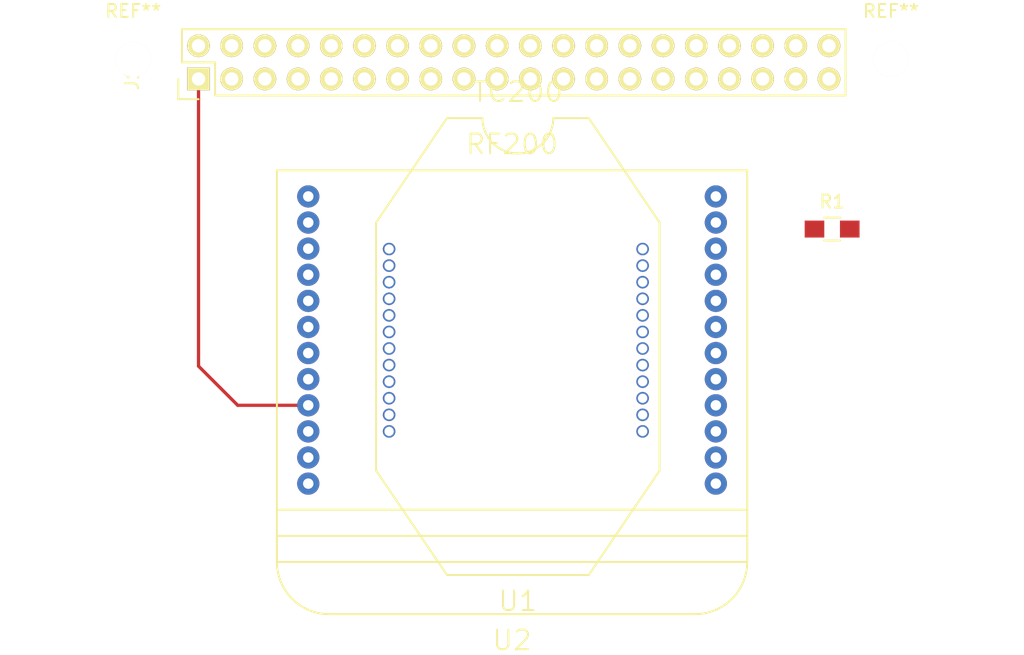
<source format=kicad_pcb>
(kicad_pcb (version 4) (host pcbnew 4.0.2-stable)

  (general
    (links 12)
    (no_connects 11)
    (area 46.153572 27.175 124.846429 77.825)
    (thickness 1.6)
    (drawings 0)
    (tracks 3)
    (zones 0)
    (modules 6)
    (nets 79)
  )

  (page A4)
  (layers
    (0 F.Cu signal)
    (31 B.Cu signal)
    (32 B.Adhes user)
    (33 F.Adhes user)
    (34 B.Paste user)
    (35 F.Paste user)
    (36 B.SilkS user)
    (37 F.SilkS user)
    (38 B.Mask user)
    (39 F.Mask user)
    (40 Dwgs.User user)
    (41 Cmts.User user)
    (42 Eco1.User user)
    (43 Eco2.User user)
    (44 Edge.Cuts user)
    (45 Margin user)
    (46 B.CrtYd user)
    (47 F.CrtYd user)
    (48 B.Fab user)
    (49 F.Fab user)
  )

  (setup
    (last_trace_width 0.25)
    (trace_clearance 0.2)
    (zone_clearance 0.508)
    (zone_45_only no)
    (trace_min 0.2)
    (segment_width 0.2)
    (edge_width 0.15)
    (via_size 0.6)
    (via_drill 0.4)
    (via_min_size 0.4)
    (via_min_drill 0.3)
    (uvia_size 0.3)
    (uvia_drill 0.1)
    (uvias_allowed no)
    (uvia_min_size 0.2)
    (uvia_min_drill 0.1)
    (pcb_text_width 0.3)
    (pcb_text_size 1.5 1.5)
    (mod_edge_width 0.15)
    (mod_text_size 1 1)
    (mod_text_width 0.15)
    (pad_size 1.524 1.524)
    (pad_drill 0.762)
    (pad_to_mask_clearance 0.2)
    (aux_axis_origin 0 0)
    (grid_origin 52 34)
    (visible_elements FFFFFF7F)
    (pcbplotparams
      (layerselection 0x00030_80000001)
      (usegerberextensions false)
      (excludeedgelayer true)
      (linewidth 0.100000)
      (plotframeref false)
      (viasonmask false)
      (mode 1)
      (useauxorigin false)
      (hpglpennumber 1)
      (hpglpenspeed 20)
      (hpglpendiameter 15)
      (hpglpenoverlay 2)
      (psnegative false)
      (psa4output false)
      (plotreference true)
      (plotvalue true)
      (plotinvisibletext false)
      (padsonsilk false)
      (subtractmaskfromsilk false)
      (outputformat 1)
      (mirror false)
      (drillshape 1)
      (scaleselection 1)
      (outputdirectory ""))
  )

  (net 0 "")
  (net 1 3v3)
  (net 2 "Net-(J1-Pad2)")
  (net 3 "Net-(J1-Pad3)")
  (net 4 "Net-(J1-Pad4)")
  (net 5 "Net-(J1-Pad5)")
  (net 6 "Net-(J1-Pad6)")
  (net 7 "Net-(J1-Pad7)")
  (net 8 TX_PI)
  (net 9 GND)
  (net 10 RX_PI)
  (net 11 "Net-(J1-Pad11)")
  (net 12 "Net-(J1-Pad12)")
  (net 13 "Net-(J1-Pad13)")
  (net 14 "Net-(J1-Pad14)")
  (net 15 "Net-(J1-Pad15)")
  (net 16 "Net-(J1-Pad16)")
  (net 17 "Net-(J1-Pad17)")
  (net 18 RST)
  (net 19 "Net-(J1-Pad19)")
  (net 20 "Net-(J1-Pad20)")
  (net 21 "Net-(J1-Pad21)")
  (net 22 "Net-(J1-Pad22)")
  (net 23 "Net-(J1-Pad23)")
  (net 24 "Net-(J1-Pad24)")
  (net 25 "Net-(J1-Pad25)")
  (net 26 "Net-(J1-Pad26)")
  (net 27 "Net-(J1-Pad27)")
  (net 28 "Net-(J1-Pad28)")
  (net 29 "Net-(J1-Pad29)")
  (net 30 "Net-(J1-Pad30)")
  (net 31 "Net-(J1-Pad31)")
  (net 32 "Net-(J1-Pad32)")
  (net 33 "Net-(J1-Pad33)")
  (net 34 "Net-(J1-Pad34)")
  (net 35 "Net-(J1-Pad35)")
  (net 36 "Net-(J1-Pad36)")
  (net 37 "Net-(J1-Pad37)")
  (net 38 "Net-(J1-Pad38)")
  (net 39 "Net-(J1-Pad39)")
  (net 40 "Net-(J1-Pad40)")
  (net 41 "Net-(U1-Pad1)")
  (net 42 "Net-(U1-Pad2)")
  (net 43 "Net-(U1-Pad3)")
  (net 44 "Net-(U1-Pad4)")
  (net 45 "Net-(U1-Pad5)")
  (net 46 "Net-(U1-Pad6)")
  (net 47 "Net-(U1-Pad7)")
  (net 48 "Net-(U1-Pad8)")
  (net 49 "Net-(U1-Pad9)")
  (net 50 "Net-(U1-Pad10)")
  (net 51 "Net-(U1-Pad11)")
  (net 52 "Net-(U1-Pad12)")
  (net 53 "Net-(U1-Pad13)")
  (net 54 "Net-(U1-Pad14)")
  (net 55 "Net-(U1-Pad15)")
  (net 56 "Net-(U1-Pad16)")
  (net 57 "Net-(U1-Pad22)")
  (net 58 "Net-(U1-Pad23)")
  (net 59 "Net-(U1-Pad24)")
  (net 60 "Net-(U2-Pad2)")
  (net 61 "Net-(U2-Pad3)")
  (net 62 "Net-(U2-Pad4)")
  (net 63 "Net-(U2-Pad5)")
  (net 64 "Net-(U2-Pad6)")
  (net 65 "Net-(U2-Pad7)")
  (net 66 "Net-(U2-Pad8)")
  (net 67 "Net-(U2-Pad11)")
  (net 68 "Net-(U2-Pad12)")
  (net 69 "Net-(U2-Pad13)")
  (net 70 "Net-(U2-Pad14)")
  (net 71 "Net-(U2-Pad15)")
  (net 72 "Net-(U2-Pad16)")
  (net 73 "Net-(U2-Pad17)")
  (net 74 "Net-(U2-Pad18)")
  (net 75 "Net-(U2-Pad19)")
  (net 76 "Net-(U2-Pad20)")
  (net 77 "Net-(U2-Pad22)")
  (net 78 "Net-(U2-Pad24)")

  (net_class Default "This is the default net class."
    (clearance 0.2)
    (trace_width 0.25)
    (via_dia 0.6)
    (via_drill 0.4)
    (uvia_dia 0.3)
    (uvia_drill 0.1)
    (add_net 3v3)
    (add_net GND)
    (add_net "Net-(J1-Pad11)")
    (add_net "Net-(J1-Pad12)")
    (add_net "Net-(J1-Pad13)")
    (add_net "Net-(J1-Pad14)")
    (add_net "Net-(J1-Pad15)")
    (add_net "Net-(J1-Pad16)")
    (add_net "Net-(J1-Pad17)")
    (add_net "Net-(J1-Pad19)")
    (add_net "Net-(J1-Pad2)")
    (add_net "Net-(J1-Pad20)")
    (add_net "Net-(J1-Pad21)")
    (add_net "Net-(J1-Pad22)")
    (add_net "Net-(J1-Pad23)")
    (add_net "Net-(J1-Pad24)")
    (add_net "Net-(J1-Pad25)")
    (add_net "Net-(J1-Pad26)")
    (add_net "Net-(J1-Pad27)")
    (add_net "Net-(J1-Pad28)")
    (add_net "Net-(J1-Pad29)")
    (add_net "Net-(J1-Pad3)")
    (add_net "Net-(J1-Pad30)")
    (add_net "Net-(J1-Pad31)")
    (add_net "Net-(J1-Pad32)")
    (add_net "Net-(J1-Pad33)")
    (add_net "Net-(J1-Pad34)")
    (add_net "Net-(J1-Pad35)")
    (add_net "Net-(J1-Pad36)")
    (add_net "Net-(J1-Pad37)")
    (add_net "Net-(J1-Pad38)")
    (add_net "Net-(J1-Pad39)")
    (add_net "Net-(J1-Pad4)")
    (add_net "Net-(J1-Pad40)")
    (add_net "Net-(J1-Pad5)")
    (add_net "Net-(J1-Pad6)")
    (add_net "Net-(J1-Pad7)")
    (add_net "Net-(U1-Pad1)")
    (add_net "Net-(U1-Pad10)")
    (add_net "Net-(U1-Pad11)")
    (add_net "Net-(U1-Pad12)")
    (add_net "Net-(U1-Pad13)")
    (add_net "Net-(U1-Pad14)")
    (add_net "Net-(U1-Pad15)")
    (add_net "Net-(U1-Pad16)")
    (add_net "Net-(U1-Pad2)")
    (add_net "Net-(U1-Pad22)")
    (add_net "Net-(U1-Pad23)")
    (add_net "Net-(U1-Pad24)")
    (add_net "Net-(U1-Pad3)")
    (add_net "Net-(U1-Pad4)")
    (add_net "Net-(U1-Pad5)")
    (add_net "Net-(U1-Pad6)")
    (add_net "Net-(U1-Pad7)")
    (add_net "Net-(U1-Pad8)")
    (add_net "Net-(U1-Pad9)")
    (add_net "Net-(U2-Pad11)")
    (add_net "Net-(U2-Pad12)")
    (add_net "Net-(U2-Pad13)")
    (add_net "Net-(U2-Pad14)")
    (add_net "Net-(U2-Pad15)")
    (add_net "Net-(U2-Pad16)")
    (add_net "Net-(U2-Pad17)")
    (add_net "Net-(U2-Pad18)")
    (add_net "Net-(U2-Pad19)")
    (add_net "Net-(U2-Pad2)")
    (add_net "Net-(U2-Pad20)")
    (add_net "Net-(U2-Pad22)")
    (add_net "Net-(U2-Pad24)")
    (add_net "Net-(U2-Pad3)")
    (add_net "Net-(U2-Pad4)")
    (add_net "Net-(U2-Pad5)")
    (add_net "Net-(U2-Pad6)")
    (add_net "Net-(U2-Pad7)")
    (add_net "Net-(U2-Pad8)")
    (add_net RST)
    (add_net RX_PI)
    (add_net TX_PI)
  )

  (module Pin_Headers:Pin_Header_Straight_2x20 (layer F.Cu) (tedit 0) (tstamp 57508909)
    (at 61.5 33.5 90)
    (descr "Through hole pin header")
    (tags "pin header")
    (path /57504D89)
    (fp_text reference J1 (at 0 -5.1 90) (layer F.SilkS)
      (effects (font (size 1 1) (thickness 0.15)))
    )
    (fp_text value RPi_GPIO (at 0 -3.1 90) (layer F.Fab)
      (effects (font (size 1 1) (thickness 0.15)))
    )
    (fp_line (start -1.75 -1.75) (end -1.75 50.05) (layer F.CrtYd) (width 0.05))
    (fp_line (start 4.3 -1.75) (end 4.3 50.05) (layer F.CrtYd) (width 0.05))
    (fp_line (start -1.75 -1.75) (end 4.3 -1.75) (layer F.CrtYd) (width 0.05))
    (fp_line (start -1.75 50.05) (end 4.3 50.05) (layer F.CrtYd) (width 0.05))
    (fp_line (start 3.81 49.53) (end 3.81 -1.27) (layer F.SilkS) (width 0.15))
    (fp_line (start -1.27 1.27) (end -1.27 49.53) (layer F.SilkS) (width 0.15))
    (fp_line (start 3.81 49.53) (end -1.27 49.53) (layer F.SilkS) (width 0.15))
    (fp_line (start 3.81 -1.27) (end 1.27 -1.27) (layer F.SilkS) (width 0.15))
    (fp_line (start 0 -1.55) (end -1.55 -1.55) (layer F.SilkS) (width 0.15))
    (fp_line (start 1.27 -1.27) (end 1.27 1.27) (layer F.SilkS) (width 0.15))
    (fp_line (start 1.27 1.27) (end -1.27 1.27) (layer F.SilkS) (width 0.15))
    (fp_line (start -1.55 -1.55) (end -1.55 0) (layer F.SilkS) (width 0.15))
    (pad 1 thru_hole rect (at 0 0 90) (size 1.7272 1.7272) (drill 1.016) (layers *.Cu *.Mask F.SilkS)
      (net 1 3v3))
    (pad 2 thru_hole oval (at 2.54 0 90) (size 1.7272 1.7272) (drill 1.016) (layers *.Cu *.Mask F.SilkS)
      (net 2 "Net-(J1-Pad2)"))
    (pad 3 thru_hole oval (at 0 2.54 90) (size 1.7272 1.7272) (drill 1.016) (layers *.Cu *.Mask F.SilkS)
      (net 3 "Net-(J1-Pad3)"))
    (pad 4 thru_hole oval (at 2.54 2.54 90) (size 1.7272 1.7272) (drill 1.016) (layers *.Cu *.Mask F.SilkS)
      (net 4 "Net-(J1-Pad4)"))
    (pad 5 thru_hole oval (at 0 5.08 90) (size 1.7272 1.7272) (drill 1.016) (layers *.Cu *.Mask F.SilkS)
      (net 5 "Net-(J1-Pad5)"))
    (pad 6 thru_hole oval (at 2.54 5.08 90) (size 1.7272 1.7272) (drill 1.016) (layers *.Cu *.Mask F.SilkS)
      (net 6 "Net-(J1-Pad6)"))
    (pad 7 thru_hole oval (at 0 7.62 90) (size 1.7272 1.7272) (drill 1.016) (layers *.Cu *.Mask F.SilkS)
      (net 7 "Net-(J1-Pad7)"))
    (pad 8 thru_hole oval (at 2.54 7.62 90) (size 1.7272 1.7272) (drill 1.016) (layers *.Cu *.Mask F.SilkS)
      (net 8 TX_PI))
    (pad 9 thru_hole oval (at 0 10.16 90) (size 1.7272 1.7272) (drill 1.016) (layers *.Cu *.Mask F.SilkS)
      (net 9 GND))
    (pad 10 thru_hole oval (at 2.54 10.16 90) (size 1.7272 1.7272) (drill 1.016) (layers *.Cu *.Mask F.SilkS)
      (net 10 RX_PI))
    (pad 11 thru_hole oval (at 0 12.7 90) (size 1.7272 1.7272) (drill 1.016) (layers *.Cu *.Mask F.SilkS)
      (net 11 "Net-(J1-Pad11)"))
    (pad 12 thru_hole oval (at 2.54 12.7 90) (size 1.7272 1.7272) (drill 1.016) (layers *.Cu *.Mask F.SilkS)
      (net 12 "Net-(J1-Pad12)"))
    (pad 13 thru_hole oval (at 0 15.24 90) (size 1.7272 1.7272) (drill 1.016) (layers *.Cu *.Mask F.SilkS)
      (net 13 "Net-(J1-Pad13)"))
    (pad 14 thru_hole oval (at 2.54 15.24 90) (size 1.7272 1.7272) (drill 1.016) (layers *.Cu *.Mask F.SilkS)
      (net 14 "Net-(J1-Pad14)"))
    (pad 15 thru_hole oval (at 0 17.78 90) (size 1.7272 1.7272) (drill 1.016) (layers *.Cu *.Mask F.SilkS)
      (net 15 "Net-(J1-Pad15)"))
    (pad 16 thru_hole oval (at 2.54 17.78 90) (size 1.7272 1.7272) (drill 1.016) (layers *.Cu *.Mask F.SilkS)
      (net 16 "Net-(J1-Pad16)"))
    (pad 17 thru_hole oval (at 0 20.32 90) (size 1.7272 1.7272) (drill 1.016) (layers *.Cu *.Mask F.SilkS)
      (net 17 "Net-(J1-Pad17)"))
    (pad 18 thru_hole oval (at 2.54 20.32 90) (size 1.7272 1.7272) (drill 1.016) (layers *.Cu *.Mask F.SilkS)
      (net 18 RST))
    (pad 19 thru_hole oval (at 0 22.86 90) (size 1.7272 1.7272) (drill 1.016) (layers *.Cu *.Mask F.SilkS)
      (net 19 "Net-(J1-Pad19)"))
    (pad 20 thru_hole oval (at 2.54 22.86 90) (size 1.7272 1.7272) (drill 1.016) (layers *.Cu *.Mask F.SilkS)
      (net 20 "Net-(J1-Pad20)"))
    (pad 21 thru_hole oval (at 0 25.4 90) (size 1.7272 1.7272) (drill 1.016) (layers *.Cu *.Mask F.SilkS)
      (net 21 "Net-(J1-Pad21)"))
    (pad 22 thru_hole oval (at 2.54 25.4 90) (size 1.7272 1.7272) (drill 1.016) (layers *.Cu *.Mask F.SilkS)
      (net 22 "Net-(J1-Pad22)"))
    (pad 23 thru_hole oval (at 0 27.94 90) (size 1.7272 1.7272) (drill 1.016) (layers *.Cu *.Mask F.SilkS)
      (net 23 "Net-(J1-Pad23)"))
    (pad 24 thru_hole oval (at 2.54 27.94 90) (size 1.7272 1.7272) (drill 1.016) (layers *.Cu *.Mask F.SilkS)
      (net 24 "Net-(J1-Pad24)"))
    (pad 25 thru_hole oval (at 0 30.48 90) (size 1.7272 1.7272) (drill 1.016) (layers *.Cu *.Mask F.SilkS)
      (net 25 "Net-(J1-Pad25)"))
    (pad 26 thru_hole oval (at 2.54 30.48 90) (size 1.7272 1.7272) (drill 1.016) (layers *.Cu *.Mask F.SilkS)
      (net 26 "Net-(J1-Pad26)"))
    (pad 27 thru_hole oval (at 0 33.02 90) (size 1.7272 1.7272) (drill 1.016) (layers *.Cu *.Mask F.SilkS)
      (net 27 "Net-(J1-Pad27)"))
    (pad 28 thru_hole oval (at 2.54 33.02 90) (size 1.7272 1.7272) (drill 1.016) (layers *.Cu *.Mask F.SilkS)
      (net 28 "Net-(J1-Pad28)"))
    (pad 29 thru_hole oval (at 0 35.56 90) (size 1.7272 1.7272) (drill 1.016) (layers *.Cu *.Mask F.SilkS)
      (net 29 "Net-(J1-Pad29)"))
    (pad 30 thru_hole oval (at 2.54 35.56 90) (size 1.7272 1.7272) (drill 1.016) (layers *.Cu *.Mask F.SilkS)
      (net 30 "Net-(J1-Pad30)"))
    (pad 31 thru_hole oval (at 0 38.1 90) (size 1.7272 1.7272) (drill 1.016) (layers *.Cu *.Mask F.SilkS)
      (net 31 "Net-(J1-Pad31)"))
    (pad 32 thru_hole oval (at 2.54 38.1 90) (size 1.7272 1.7272) (drill 1.016) (layers *.Cu *.Mask F.SilkS)
      (net 32 "Net-(J1-Pad32)"))
    (pad 33 thru_hole oval (at 0 40.64 90) (size 1.7272 1.7272) (drill 1.016) (layers *.Cu *.Mask F.SilkS)
      (net 33 "Net-(J1-Pad33)"))
    (pad 34 thru_hole oval (at 2.54 40.64 90) (size 1.7272 1.7272) (drill 1.016) (layers *.Cu *.Mask F.SilkS)
      (net 34 "Net-(J1-Pad34)"))
    (pad 35 thru_hole oval (at 0 43.18 90) (size 1.7272 1.7272) (drill 1.016) (layers *.Cu *.Mask F.SilkS)
      (net 35 "Net-(J1-Pad35)"))
    (pad 36 thru_hole oval (at 2.54 43.18 90) (size 1.7272 1.7272) (drill 1.016) (layers *.Cu *.Mask F.SilkS)
      (net 36 "Net-(J1-Pad36)"))
    (pad 37 thru_hole oval (at 0 45.72 90) (size 1.7272 1.7272) (drill 1.016) (layers *.Cu *.Mask F.SilkS)
      (net 37 "Net-(J1-Pad37)"))
    (pad 38 thru_hole oval (at 2.54 45.72 90) (size 1.7272 1.7272) (drill 1.016) (layers *.Cu *.Mask F.SilkS)
      (net 38 "Net-(J1-Pad38)"))
    (pad 39 thru_hole oval (at 0 48.26 90) (size 1.7272 1.7272) (drill 1.016) (layers *.Cu *.Mask F.SilkS)
      (net 39 "Net-(J1-Pad39)"))
    (pad 40 thru_hole oval (at 2.54 48.26 90) (size 1.7272 1.7272) (drill 1.016) (layers *.Cu *.Mask F.SilkS)
      (net 40 "Net-(J1-Pad40)"))
    (model Pin_Headers.3dshapes/Pin_Header_Straight_2x20.wrl
      (at (xyz 0.05 -0.95 0))
      (scale (xyz 1 1 1))
      (rotate (xyz 0 0 90))
    )
  )

  (module Resistors_SMD:R_0805_HandSoldering (layer F.Cu) (tedit 54189DEE) (tstamp 57508915)
    (at 110 45)
    (descr "Resistor SMD 0805, hand soldering")
    (tags "resistor 0805")
    (path /5750558D)
    (attr smd)
    (fp_text reference R1 (at 0 -2.1) (layer F.SilkS)
      (effects (font (size 1 1) (thickness 0.15)))
    )
    (fp_text value R (at 0 2.1) (layer F.Fab)
      (effects (font (size 1 1) (thickness 0.15)))
    )
    (fp_line (start -2.4 -1) (end 2.4 -1) (layer F.CrtYd) (width 0.05))
    (fp_line (start -2.4 1) (end 2.4 1) (layer F.CrtYd) (width 0.05))
    (fp_line (start -2.4 -1) (end -2.4 1) (layer F.CrtYd) (width 0.05))
    (fp_line (start 2.4 -1) (end 2.4 1) (layer F.CrtYd) (width 0.05))
    (fp_line (start 0.6 0.875) (end -0.6 0.875) (layer F.SilkS) (width 0.15))
    (fp_line (start -0.6 -0.875) (end 0.6 -0.875) (layer F.SilkS) (width 0.15))
    (pad 1 smd rect (at -1.35 0) (size 1.5 1.3) (layers F.Cu F.Paste F.Mask)
      (net 18 RST))
    (pad 2 smd rect (at 1.35 0) (size 1.5 1.3) (layers F.Cu F.Paste F.Mask)
      (net 1 3v3))
    (model Resistors_SMD.3dshapes/R_0805_HandSoldering.wrl
      (at (xyz 0 0 0))
      (scale (xyz 1 1 1))
      (rotate (xyz 0 0 0))
    )
  )

  (module CrumpPrints:TC200 (layer F.Cu) (tedit 56FDDFCE) (tstamp 5750893C)
    (at 86 53.5 180)
    (path /575082C0)
    (fp_text reference U1 (at 0.05625 -20 180) (layer F.SilkS)
      (effects (font (size 1.5 1.5) (thickness 0.15)))
    )
    (fp_text value TC200 (at 0.05625 19 180) (layer F.SilkS)
      (effects (font (size 1.5 1.5) (thickness 0.15)))
    )
    (fp_line (start 2.76875 17) (end 5.48125 17) (layer F.SilkS) (width 0.15))
    (fp_line (start -5.36875 17) (end -2.65625 17) (layer F.SilkS) (width 0.15))
    (fp_arc (start 0.05625 17) (end 2.76875 17) (angle -90) (layer F.SilkS) (width 0.15))
    (fp_arc (start 0.05625 17) (end -2.65625 17) (angle 90) (layer F.SilkS) (width 0.15))
    (fp_line (start -10.79375 9) (end -5.36875 17) (layer F.SilkS) (width 0.15))
    (fp_line (start 5.48125 17) (end 10.90625 9) (layer F.SilkS) (width 0.15))
    (fp_line (start -10.79375 -10) (end -5.36875 -18) (layer F.SilkS) (width 0.15))
    (fp_line (start -5.36875 -18) (end 5.48125 -18) (layer F.SilkS) (width 0.15))
    (fp_line (start 5.48125 -18) (end 10.90625 -10) (layer F.SilkS) (width 0.15))
    (fp_line (start 10.90625 -10) (end 10.90625 9) (layer F.SilkS) (width 0.15))
    (fp_line (start -10.79375 9) (end -10.79375 -10) (layer F.SilkS) (width 0.15))
    (pad 1 thru_hole circle (at -9.49375 -7 180) (size 0.9652 0.9652) (drill 0.7112) (layers *.Cu *.Mask)
      (net 41 "Net-(U1-Pad1)"))
    (pad 2 thru_hole circle (at -9.49375 -5.73 180) (size 0.9652 0.9652) (drill 0.7112) (layers *.Cu *.Mask)
      (net 42 "Net-(U1-Pad2)"))
    (pad 3 thru_hole circle (at -9.49375 -4.46 180) (size 0.9652 0.9652) (drill 0.7112) (layers *.Cu *.Mask)
      (net 43 "Net-(U1-Pad3)"))
    (pad 4 thru_hole circle (at -9.49375 -3.19 180) (size 0.9652 0.9652) (drill 0.7112) (layers *.Cu *.Mask)
      (net 44 "Net-(U1-Pad4)"))
    (pad 5 thru_hole circle (at -9.49375 -1.92 180) (size 0.9652 0.9652) (drill 0.7112) (layers *.Cu *.Mask)
      (net 45 "Net-(U1-Pad5)"))
    (pad 6 thru_hole circle (at -9.49375 -0.65 180) (size 0.9652 0.9652) (drill 0.7112) (layers *.Cu *.Mask)
      (net 46 "Net-(U1-Pad6)"))
    (pad 7 thru_hole circle (at -9.49375 0.62 180) (size 0.9652 0.9652) (drill 0.7112) (layers *.Cu *.Mask)
      (net 47 "Net-(U1-Pad7)"))
    (pad 8 thru_hole circle (at -9.49375 1.89 180) (size 0.9652 0.9652) (drill 0.7112) (layers *.Cu *.Mask)
      (net 48 "Net-(U1-Pad8)"))
    (pad 9 thru_hole circle (at -9.49375 3.16 180) (size 0.9652 0.9652) (drill 0.7112) (layers *.Cu *.Mask)
      (net 49 "Net-(U1-Pad9)"))
    (pad 10 thru_hole circle (at -9.49375 4.43 180) (size 0.9652 0.9652) (drill 0.7112) (layers *.Cu *.Mask)
      (net 50 "Net-(U1-Pad10)"))
    (pad 11 thru_hole circle (at -9.49375 5.7 180) (size 0.9652 0.9652) (drill 0.7112) (layers *.Cu *.Mask)
      (net 51 "Net-(U1-Pad11)"))
    (pad 12 thru_hole circle (at -9.49375 6.97 180) (size 0.9652 0.9652) (drill 0.7112) (layers *.Cu *.Mask)
      (net 52 "Net-(U1-Pad12)"))
    (pad 13 thru_hole circle (at 9.91185 6.97 180) (size 0.9652 0.9652) (drill 0.7112) (layers *.Cu *.Mask)
      (net 53 "Net-(U1-Pad13)"))
    (pad 14 thru_hole circle (at 9.91185 5.7 180) (size 0.9652 0.9652) (drill 0.7112) (layers *.Cu *.Mask)
      (net 54 "Net-(U1-Pad14)"))
    (pad 15 thru_hole circle (at 9.91185 4.43 180) (size 0.9652 0.9652) (drill 0.7112) (layers *.Cu *.Mask)
      (net 55 "Net-(U1-Pad15)"))
    (pad 16 thru_hole circle (at 9.91185 3.16 180) (size 0.9652 0.9652) (drill 0.7112) (layers *.Cu *.Mask)
      (net 56 "Net-(U1-Pad16)"))
    (pad 17 thru_hole circle (at 9.91185 1.89 180) (size 0.9652 0.9652) (drill 0.7112) (layers *.Cu *.Mask)
      (net 1 3v3))
    (pad 18 thru_hole circle (at 9.91185 0.62 180) (size 0.9652 0.9652) (drill 0.7112) (layers *.Cu *.Mask)
      (net 18 RST))
    (pad 19 thru_hole circle (at 9.91185 -0.65 180) (size 0.9652 0.9652) (drill 0.7112) (layers *.Cu *.Mask)
      (net 9 GND))
    (pad 20 thru_hole circle (at 9.91185 -1.92 180) (size 0.9652 0.9652) (drill 0.7112) (layers *.Cu *.Mask)
      (net 8 TX_PI))
    (pad 21 thru_hole circle (at 9.91185 -3.19 180) (size 0.9652 0.9652) (drill 0.7112) (layers *.Cu *.Mask)
      (net 10 RX_PI))
    (pad 22 thru_hole circle (at 9.91185 -4.46 180) (size 0.9652 0.9652) (drill 0.7112) (layers *.Cu *.Mask)
      (net 57 "Net-(U1-Pad22)"))
    (pad 23 thru_hole circle (at 9.91185 -5.73 180) (size 0.9652 0.9652) (drill 0.7112) (layers *.Cu *.Mask)
      (net 58 "Net-(U1-Pad23)"))
    (pad 24 thru_hole circle (at 9.91185 -7 180) (size 0.9652 0.9652) (drill 0.7112) (layers *.Cu *.Mask)
      (net 59 "Net-(U1-Pad24)"))
  )

  (module CrumpPrints:RF200 (layer F.Cu) (tedit 56FDF82C) (tstamp 57508964)
    (at 85.5 53.5 180)
    (path /57504D1E)
    (fp_text reference U2 (at -0.000001 -23 180) (layer F.SilkS)
      (effects (font (size 1.5 1.5) (thickness 0.15)))
    )
    (fp_text value RF200 (at -0.000001 15 180) (layer F.SilkS)
      (effects (font (size 1.5 1.5) (thickness 0.15)))
    )
    (fp_line (start -18.000001 -15) (end 17.999999 -15) (layer F.SilkS) (width 0.15))
    (fp_line (start 17.999999 -15) (end 17.999999 -17) (layer F.SilkS) (width 0.15))
    (fp_line (start 17.999999 -17) (end -18.000001 -17) (layer F.SilkS) (width 0.15))
    (fp_line (start -14.000001 -21) (end 13.999999 -21) (layer F.SilkS) (width 0.15))
    (fp_arc (start 13.999999 -17) (end 13.999999 -21) (angle 90) (layer F.SilkS) (width 0.15))
    (fp_arc (start -14.000001 -17) (end -18.000001 -17) (angle 90) (layer F.SilkS) (width 0.15))
    (fp_line (start -18.000001 -13) (end -18.000001 -17) (layer F.SilkS) (width 0.15))
    (fp_line (start 17.999999 -13) (end 17.999999 -17) (layer F.SilkS) (width 0.15))
    (fp_line (start 17.999999 13) (end 17.999999 -13) (layer F.SilkS) (width 0.15))
    (fp_line (start 17.999999 -13) (end -18.000001 -13) (layer F.SilkS) (width 0.15))
    (fp_line (start -18.000001 -13) (end -18.000001 13) (layer F.SilkS) (width 0.15))
    (fp_line (start -18.000001 13) (end 17.999999 13) (layer F.SilkS) (width 0.15))
    (pad 1 thru_hole circle (at -15.6 -11 180) (size 1.7018 1.7018) (drill 0.800001) (layers *.Cu *.Mask)
      (net 9 GND))
    (pad 2 thru_hole circle (at -15.6 -9 180) (size 1.7018 1.7018) (drill 0.800001) (layers *.Cu *.Mask)
      (net 60 "Net-(U2-Pad2)"))
    (pad 3 thru_hole circle (at -15.6 -7 180) (size 1.7018 1.7018) (drill 0.800001) (layers *.Cu *.Mask)
      (net 61 "Net-(U2-Pad3)"))
    (pad 4 thru_hole circle (at -15.6 -5 180) (size 1.7018 1.7018) (drill 0.800001) (layers *.Cu *.Mask)
      (net 62 "Net-(U2-Pad4)"))
    (pad 5 thru_hole circle (at -15.6 -3 180) (size 1.7018 1.7018) (drill 0.800001) (layers *.Cu *.Mask)
      (net 63 "Net-(U2-Pad5)"))
    (pad 6 thru_hole circle (at -15.6 -1 180) (size 1.7018 1.7018) (drill 0.800001) (layers *.Cu *.Mask)
      (net 64 "Net-(U2-Pad6)"))
    (pad 7 thru_hole circle (at -15.6 1 180) (size 1.7018 1.7018) (drill 0.800001) (layers *.Cu *.Mask)
      (net 65 "Net-(U2-Pad7)"))
    (pad 8 thru_hole circle (at -15.6 3 180) (size 1.7018 1.7018) (drill 0.800001) (layers *.Cu *.Mask)
      (net 66 "Net-(U2-Pad8)"))
    (pad 9 thru_hole circle (at -15.6 5 180) (size 1.7018 1.7018) (drill 0.800001) (layers *.Cu *.Mask)
      (net 8 TX_PI))
    (pad 10 thru_hole circle (at -15.6 7 180) (size 1.7018 1.7018) (drill 0.800001) (layers *.Cu *.Mask)
      (net 10 RX_PI))
    (pad 11 thru_hole circle (at -15.6 9 180) (size 1.7018 1.7018) (drill 0.800001) (layers *.Cu *.Mask)
      (net 67 "Net-(U2-Pad11)"))
    (pad 12 thru_hole circle (at -15.6 11 180) (size 1.7018 1.7018) (drill 0.800001) (layers *.Cu *.Mask)
      (net 68 "Net-(U2-Pad12)"))
    (pad 13 thru_hole circle (at 15.6 11 180) (size 1.7018 1.7018) (drill 0.800001) (layers *.Cu *.Mask)
      (net 69 "Net-(U2-Pad13)"))
    (pad 14 thru_hole circle (at 15.6 9 180) (size 1.7018 1.7018) (drill 0.800001) (layers *.Cu *.Mask)
      (net 70 "Net-(U2-Pad14)"))
    (pad 15 thru_hole circle (at 15.6 7 180) (size 1.7018 1.7018) (drill 0.800001) (layers *.Cu *.Mask)
      (net 71 "Net-(U2-Pad15)"))
    (pad 16 thru_hole circle (at 15.6 5 180) (size 1.7018 1.7018) (drill 0.800001) (layers *.Cu *.Mask)
      (net 72 "Net-(U2-Pad16)"))
    (pad 17 thru_hole circle (at 15.6 3 180) (size 1.7018 1.7018) (drill 0.800001) (layers *.Cu *.Mask)
      (net 73 "Net-(U2-Pad17)"))
    (pad 18 thru_hole circle (at 15.6 1 180) (size 1.7018 1.7018) (drill 0.800001) (layers *.Cu *.Mask)
      (net 74 "Net-(U2-Pad18)"))
    (pad 19 thru_hole circle (at 15.6 -1 180) (size 1.7018 1.7018) (drill 0.800001) (layers *.Cu *.Mask)
      (net 75 "Net-(U2-Pad19)"))
    (pad 20 thru_hole circle (at 15.6 -3 180) (size 1.7018 1.7018) (drill 0.800001) (layers *.Cu *.Mask)
      (net 76 "Net-(U2-Pad20)"))
    (pad 21 thru_hole circle (at 15.6 -5 180) (size 1.7018 1.7018) (drill 0.800001) (layers *.Cu *.Mask)
      (net 1 3v3))
    (pad 22 thru_hole circle (at 15.6 -7 180) (size 1.7018 1.7018) (drill 0.800001) (layers *.Cu *.Mask)
      (net 77 "Net-(U2-Pad22)"))
    (pad 23 thru_hole circle (at 15.6 -9 180) (size 1.7018 1.7018) (drill 0.800001) (layers *.Cu *.Mask)
      (net 18 RST))
    (pad 24 thru_hole circle (at 15.6 -11 180) (size 1.7018 1.7018) (drill 0.800001) (layers *.Cu *.Mask)
      (net 78 "Net-(U2-Pad24)"))
  )

  (module Mounting_Holes:MountingHole_2.7mm_M2.5 (layer F.Cu) (tedit 56D1B4CB) (tstamp 57508ED7)
    (at 114.5 32)
    (descr "Mounting Hole 2.7mm, no annular, M2.5")
    (tags "mounting hole 2.7mm no annular m2.5")
    (fp_text reference REF** (at 0 -3.7) (layer F.SilkS)
      (effects (font (size 1 1) (thickness 0.15)))
    )
    (fp_text value MountingHole_2.7mm_M2.5 (at 0 3.7) (layer F.Fab)
      (effects (font (size 1 1) (thickness 0.15)))
    )
    (fp_circle (center 0 0) (end 2.7 0) (layer Cmts.User) (width 0.15))
    (fp_circle (center 0 0) (end 2.95 0) (layer F.CrtYd) (width 0.05))
    (pad 1 np_thru_hole circle (at 0 0) (size 2.7 2.7) (drill 2.7) (layers *.Cu *.Mask F.SilkS))
  )

  (module Mounting_Holes:MountingHole_2.7mm_M2.5 (layer F.Cu) (tedit 56D1B4CB) (tstamp 57508EDE)
    (at 56.5 32)
    (descr "Mounting Hole 2.7mm, no annular, M2.5")
    (tags "mounting hole 2.7mm no annular m2.5")
    (fp_text reference REF** (at 0 -3.7) (layer F.SilkS)
      (effects (font (size 1 1) (thickness 0.15)))
    )
    (fp_text value MountingHole_2.7mm_M2.5 (at 0 3.7) (layer F.Fab)
      (effects (font (size 1 1) (thickness 0.15)))
    )
    (fp_circle (center 0 0) (end 2.7 0) (layer Cmts.User) (width 0.15))
    (fp_circle (center 0 0) (end 2.95 0) (layer F.CrtYd) (width 0.05))
    (pad 1 np_thru_hole circle (at 0 0) (size 2.7 2.7) (drill 2.7) (layers *.Cu *.Mask F.SilkS))
  )

  (segment (start 69.9 58.5) (end 64.5 58.5) (width 0.25) (layer F.Cu) (net 1))
  (segment (start 61.5 55.5) (end 61.5 33.5) (width 0.25) (layer F.Cu) (net 1) (tstamp 57509F6B))
  (segment (start 64.5 58.5) (end 61.5 55.5) (width 0.25) (layer F.Cu) (net 1) (tstamp 57509F5C))

)

</source>
